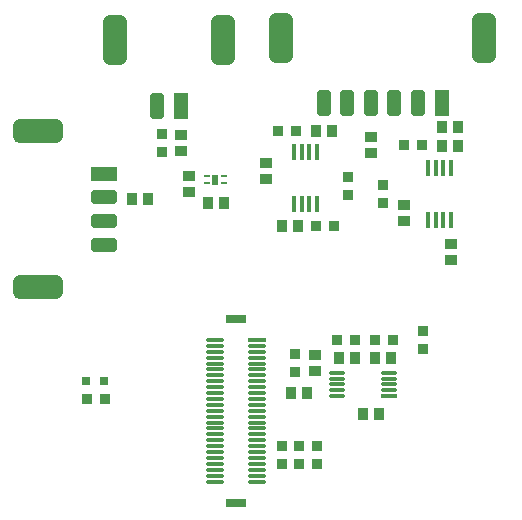
<source format=gtp>
G04*
G04 #@! TF.GenerationSoftware,Altium Limited,Altium Designer,18.1.9 (240)*
G04*
G04 Layer_Color=8421504*
%FSLAX25Y25*%
%MOIN*%
G70*
G01*
G75*
%ADD16R,0.01772X0.05709*%
G04:AMPARAMS|DCode=17|XSize=78.74mil|YSize=165.35mil|CornerRadius=19.68mil|HoleSize=0mil|Usage=FLASHONLY|Rotation=270.000|XOffset=0mil|YOffset=0mil|HoleType=Round|Shape=RoundedRectangle|*
%AMROUNDEDRECTD17*
21,1,0.07874,0.12598,0,0,270.0*
21,1,0.03937,0.16535,0,0,270.0*
1,1,0.03937,-0.06299,-0.01968*
1,1,0.03937,-0.06299,0.01968*
1,1,0.03937,0.06299,0.01968*
1,1,0.03937,0.06299,-0.01968*
%
%ADD17ROUNDEDRECTD17*%
G04:AMPARAMS|DCode=18|XSize=47.24mil|YSize=86.61mil|CornerRadius=11.81mil|HoleSize=0mil|Usage=FLASHONLY|Rotation=270.000|XOffset=0mil|YOffset=0mil|HoleType=Round|Shape=RoundedRectangle|*
%AMROUNDEDRECTD18*
21,1,0.04724,0.06299,0,0,270.0*
21,1,0.02362,0.08661,0,0,270.0*
1,1,0.02362,-0.03150,-0.01181*
1,1,0.02362,-0.03150,0.01181*
1,1,0.02362,0.03150,0.01181*
1,1,0.02362,0.03150,-0.01181*
%
%ADD18ROUNDEDRECTD18*%
%ADD19R,0.08661X0.04724*%
%ADD20R,0.03937X0.03543*%
%ADD21R,0.03347X0.03347*%
%ADD22R,0.03543X0.03937*%
%ADD23R,0.01968X0.00984*%
%ADD24R,0.01968X0.03386*%
%ADD25R,0.03347X0.03347*%
%ADD26R,0.05709X0.01181*%
%ADD27O,0.05709X0.01181*%
%ADD28R,0.07087X0.03150*%
%ADD29O,0.06299X0.01181*%
%ADD30R,0.06299X0.01181*%
%ADD31R,0.03150X0.03150*%
G04:AMPARAMS|DCode=32|XSize=47.24mil|YSize=86.61mil|CornerRadius=11.81mil|HoleSize=0mil|Usage=FLASHONLY|Rotation=180.000|XOffset=0mil|YOffset=0mil|HoleType=Round|Shape=RoundedRectangle|*
%AMROUNDEDRECTD32*
21,1,0.04724,0.06299,0,0,180.0*
21,1,0.02362,0.08661,0,0,180.0*
1,1,0.02362,-0.01181,0.03150*
1,1,0.02362,0.01181,0.03150*
1,1,0.02362,0.01181,-0.03150*
1,1,0.02362,-0.01181,-0.03150*
%
%ADD32ROUNDEDRECTD32*%
G04:AMPARAMS|DCode=33|XSize=78.74mil|YSize=165.35mil|CornerRadius=19.68mil|HoleSize=0mil|Usage=FLASHONLY|Rotation=180.000|XOffset=0mil|YOffset=0mil|HoleType=Round|Shape=RoundedRectangle|*
%AMROUNDEDRECTD33*
21,1,0.07874,0.12598,0,0,180.0*
21,1,0.03937,0.16535,0,0,180.0*
1,1,0.03937,-0.01968,0.06299*
1,1,0.03937,0.01968,0.06299*
1,1,0.03937,0.01968,-0.06299*
1,1,0.03937,-0.01968,-0.06299*
%
%ADD33ROUNDEDRECTD33*%
%ADD34R,0.04724X0.08661*%
D16*
X152264Y140043D02*
D03*
X149705D02*
D03*
X147146D02*
D03*
X144587D02*
D03*
X152264Y122720D02*
D03*
X149705D02*
D03*
X147146D02*
D03*
X144587D02*
D03*
X99999Y127821D02*
D03*
X102559D02*
D03*
X105118D02*
D03*
X107677D02*
D03*
X99999Y145144D02*
D03*
X102559D02*
D03*
X105118D02*
D03*
X107677D02*
D03*
D17*
X14620Y100225D02*
D03*
Y152193D02*
D03*
D18*
X36589Y114398D02*
D03*
Y122272D02*
D03*
Y130146D02*
D03*
D19*
Y138020D02*
D03*
D20*
X62205Y151011D02*
D03*
Y145696D02*
D03*
X64961Y137287D02*
D03*
Y131972D02*
D03*
X90551Y136417D02*
D03*
Y141732D02*
D03*
X125591Y150420D02*
D03*
Y145105D02*
D03*
X136790Y127487D02*
D03*
Y122172D02*
D03*
X152264Y114655D02*
D03*
Y109340D02*
D03*
X107065Y77719D02*
D03*
Y72404D02*
D03*
D21*
X56102Y145367D02*
D03*
Y151470D02*
D03*
X118110Y137106D02*
D03*
Y131004D02*
D03*
X129713Y128150D02*
D03*
Y134252D02*
D03*
X142892Y79627D02*
D03*
Y85729D02*
D03*
X100274Y72010D02*
D03*
Y78112D02*
D03*
X107802Y41142D02*
D03*
Y47244D02*
D03*
X101798Y41240D02*
D03*
Y47343D02*
D03*
X95871Y41142D02*
D03*
Y47244D02*
D03*
D22*
X51378Y129724D02*
D03*
X46063D02*
D03*
X76575Y128232D02*
D03*
X71260D02*
D03*
X107165Y152389D02*
D03*
X112480D02*
D03*
X95842Y120653D02*
D03*
X101157D02*
D03*
X149213Y153543D02*
D03*
X154527D02*
D03*
X149213Y147326D02*
D03*
X154527D02*
D03*
X126828Y76674D02*
D03*
X132143D02*
D03*
X120430D02*
D03*
X115115D02*
D03*
X123031Y58071D02*
D03*
X128347D02*
D03*
X104331Y64961D02*
D03*
X99016D02*
D03*
D23*
X70906Y137287D02*
D03*
Y134925D02*
D03*
X76575D02*
D03*
Y137287D02*
D03*
D24*
X73721Y136106D02*
D03*
D25*
X100709Y152389D02*
D03*
X94606D02*
D03*
X107195Y120653D02*
D03*
X113298D02*
D03*
X142798Y147498D02*
D03*
X136695D02*
D03*
X120430Y82580D02*
D03*
X114328D02*
D03*
X126828D02*
D03*
X132930D02*
D03*
X37081Y62953D02*
D03*
X30979D02*
D03*
D26*
X131797Y63879D02*
D03*
D27*
Y65847D02*
D03*
Y67816D02*
D03*
Y69784D02*
D03*
Y71753D02*
D03*
X114474Y63879D02*
D03*
Y65847D02*
D03*
Y67816D02*
D03*
Y69784D02*
D03*
Y71753D02*
D03*
D28*
X80709Y89764D02*
D03*
Y28346D02*
D03*
D29*
X73622Y82677D02*
D03*
Y80709D02*
D03*
Y78740D02*
D03*
Y76772D02*
D03*
Y74803D02*
D03*
Y72835D02*
D03*
Y70866D02*
D03*
Y68898D02*
D03*
Y66929D02*
D03*
Y64961D02*
D03*
Y62992D02*
D03*
Y61024D02*
D03*
Y59055D02*
D03*
Y57087D02*
D03*
Y55118D02*
D03*
Y53150D02*
D03*
Y51181D02*
D03*
Y49213D02*
D03*
Y47244D02*
D03*
Y45276D02*
D03*
Y43307D02*
D03*
Y41339D02*
D03*
Y39370D02*
D03*
Y37402D02*
D03*
Y35433D02*
D03*
X87795D02*
D03*
Y37402D02*
D03*
Y39370D02*
D03*
Y41339D02*
D03*
Y43307D02*
D03*
Y45276D02*
D03*
Y47244D02*
D03*
Y49213D02*
D03*
Y51181D02*
D03*
Y53150D02*
D03*
Y55118D02*
D03*
Y57087D02*
D03*
Y59055D02*
D03*
Y61024D02*
D03*
Y62992D02*
D03*
Y64961D02*
D03*
Y66929D02*
D03*
Y68898D02*
D03*
Y70866D02*
D03*
Y72835D02*
D03*
Y74803D02*
D03*
Y76772D02*
D03*
Y78740D02*
D03*
Y80709D02*
D03*
D30*
Y82677D02*
D03*
D31*
X30683Y68898D02*
D03*
X36589D02*
D03*
D32*
X109843Y161496D02*
D03*
X117717D02*
D03*
X125591D02*
D03*
X133465D02*
D03*
X141339D02*
D03*
X54331Y160512D02*
D03*
D33*
X95669Y183465D02*
D03*
X163386D02*
D03*
X40157Y182480D02*
D03*
X76378D02*
D03*
D34*
X149213Y161496D02*
D03*
X62205Y160512D02*
D03*
M02*

</source>
